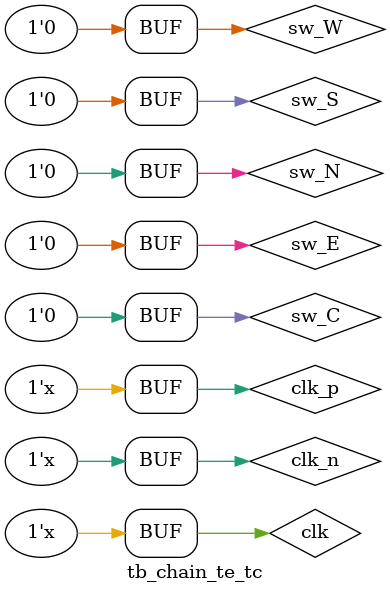
<source format=v>
`timescale 1ns / 1ps


module tb_chain_te_tc ();

  reg clk;
  wire clk_p, clk_n;

  reg sw_N = 0;
  reg sw_E = 0;
  reg sw_S = 0;
  reg sw_W = 0;
  reg sw_C = 0;

  wire LED0;
  wire LED1;
  wire LED2;
  wire LED3;
  wire LED4;
  wire LED5;
  wire LED6;
  wire LED7;

  always begin
    #1 clk = ~clk;
  end
  assign clk_p = clk;
  assign clk_n = ~clk;

  initial begin

    clk = 1;

    sw_N <= 0;
    sw_E <= 0;
    sw_S <= 0;
    sw_W <= 0;
    sw_C <= 0;

    #10000 sw_N <= 1;
    #500 sw_N <= 0;
    #40000 sw_C <= 1;
    #500 sw_C <= 0;
    #10000 sw_N <= 1;
    #500 sw_N <= 0;

  end

  top_chain_te_tc UU_CHAIN_TE_TC (
    .clk_p (clk_p),
    .clk_n (clk_n),

    .sw_N (sw_N),
    .sw_E (sw_E),
    .sw_S (sw_S),
    .sw_W (sw_W),
    .sw_C (sw_C),

    .LED0 (LED0),
    .LED1 (LED1),
    .LED2 (LED2),
    .LED3 (LED3),
    .LED4 (LED4),
    .LED5 (LED5),
    .LED6 (LED6),
    .LED7 (LED7)
  );

endmodule

</source>
